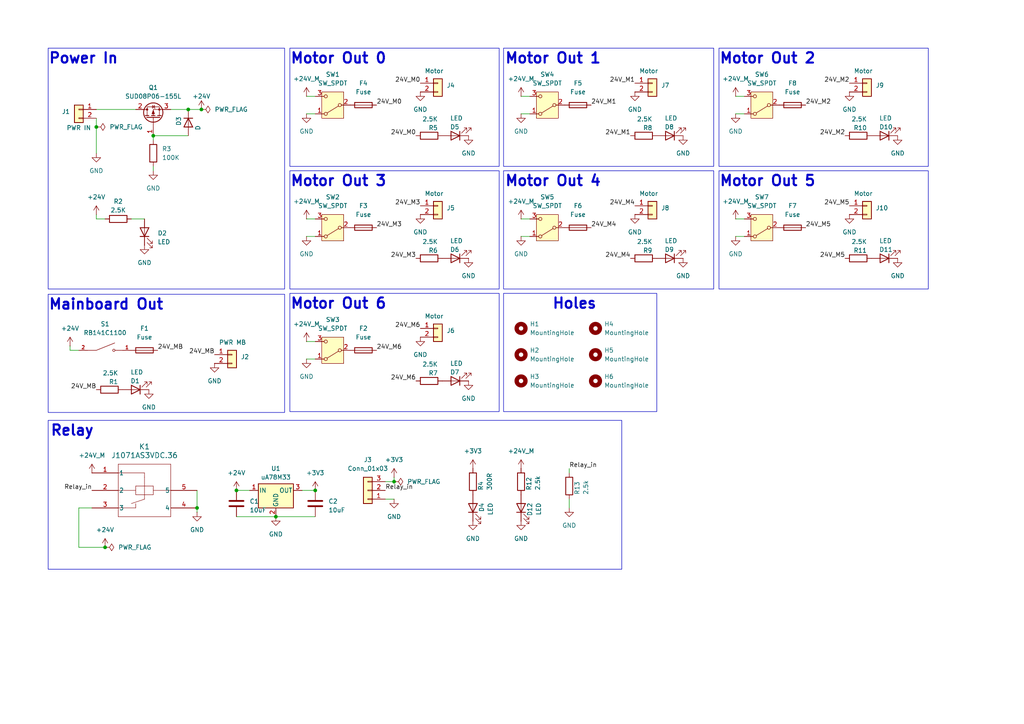
<source format=kicad_sch>
(kicad_sch (version 20231120) (generator "eeschema") (generator_version "8.0")
  (paper "A4")
  (lib_symbols
    (symbol "Connector_Generic:Conn_01x02" (pin_names (offset 1.016) hide)
      (property "Reference" "J" (at 0 2.54 0))
      (property "Value" "Conn_01x02" (at 0 -5.08 0))
      (symbol "Conn_01x02_1_1"
        (rectangle (start -1.27 -2.413) (end 0 -2.667) (stroke (width 0.1524)))
        (rectangle (start -1.27 0.127) (end 0 -0.127) (stroke (width 0.1524)))
        (rectangle (start -1.27 1.27) (end 1.27 -3.81) (stroke (width 0.254)) (fill (type background)))
        (pin passive line (at -5.08 0 0) (length 3.81) (name "Pin_1") (number "1"))
        (pin passive line (at -5.08 -2.54 0) (length 3.81) (name "Pin_2") (number "2"))
      )
    )
    (symbol "Connector_Generic:Conn_01x03" (pin_names (offset 1.016) hide)
      (property "Reference" "J" (at 0 5.08 0))
      (property "Value" "Conn_01x03" (at 0 -5.08 0))
      (symbol "Conn_01x03_1_1"
        (rectangle (start -1.27 -2.413) (end 0 -2.667) (stroke (width 0.1524)))
        (rectangle (start -1.27 0.127) (end 0 -0.127) (stroke (width 0.1524)))
        (rectangle (start -1.27 2.667) (end 0 2.413) (stroke (width 0.1524)))
        (rectangle (start -1.27 3.81) (end 1.27 -3.81) (stroke (width 0.254)) (fill (type background)))
        (pin passive line (at -5.08 2.54 0) (length 3.81) (name "Pin_1") (number "1"))
        (pin passive line (at -5.08 0 0) (length 3.81) (name "Pin_2") (number "2"))
        (pin passive line (at -5.08 -2.54 0) (length 3.81) (name "Pin_3") (number "3"))
      )
    )
    (symbol "Device:C" (pin_numbers hide) (pin_names (offset 0.254))
      (property "Reference" "C" (at 0.635 2.54 0))
      (property "Value" "C" (at 0.635 -2.54 0))
      (symbol "C_0_1"
        (polyline (pts (xy -2.032 -0.762) (xy 2.032 -0.762)) (stroke (width 0.508)))
        (polyline (pts (xy -2.032 0.762) (xy 2.032 0.762)) (stroke (width 0.508)))
      )
      (symbol "C_1_1"
        (pin passive line (at 0 3.81 270) (length 2.794) (name "~") (number "1"))
        (pin passive line (at 0 -3.81 90) (length 2.794) (name "~") (number "2"))
      )
    )
    (symbol "Device:D" (pin_numbers hide) (pin_names (offset 1.016) hide)
      (property "Reference" "D" (at 0 2.54 0))
      (property "Value" "D" (at 0 -2.54 0))
      (symbol "D_0_1"
        (polyline (pts (xy -1.27 1.27) (xy -1.27 -1.27)) (stroke (width 0.254)))
        (polyline (pts (xy 1.27 0) (xy -1.27 0)))
        (polyline (pts (xy 1.27 1.27) (xy 1.27 -1.27) (xy -1.27 0) (xy 1.27 1.27)) (stroke (width 0.254)))
      )
      (symbol "D_1_1"
        (pin passive line (at -3.81 0 0) (length 2.54) (name "K") (number "1"))
        (pin passive line (at 3.81 0 180) (length 2.54) (name "A") (number "2"))
      )
    )
    (symbol "Device:Fuse" (pin_numbers hide) (pin_names (offset 0))
      (property "Reference" "F" (at 2.032 0 90))
      (property "Value" "Fuse" (at -1.905 0 90))
      (symbol "Fuse_0_1"
        (rectangle (start -0.762 -2.54) (end 0.762 2.54) (stroke (width 0.254)))
        (polyline (pts (xy 0 2.54) (xy 0 -2.54)))
      )
      (symbol "Fuse_1_1"
        (pin passive line (at 0 3.81 270) (length 1.27) (name "~") (number "1"))
        (pin passive line (at 0 -3.81 90) (length 1.27) (name "~") (number "2"))
      )
    )
    (symbol "Device:LED" (pin_numbers hide) (pin_names (offset 1.016) hide)
      (property "Reference" "D" (at 0 2.54 0))
      (property "Value" "LED" (at 0 -2.54 0))
      (symbol "LED_0_1"
        (polyline (pts (xy -1.27 -1.27) (xy -1.27 1.27)) (stroke (width 0.254)))
        (polyline (pts (xy -1.27 0) (xy 1.27 0)))
        (polyline (pts (xy 1.27 -1.27) (xy 1.27 1.27) (xy -1.27 0) (xy 1.27 -1.27)) (stroke (width 0.254)))
        (polyline (pts (xy -3.048 -0.762) (xy -4.572 -2.286) (xy -3.81 -2.286) (xy -4.572 -2.286) (xy -4.572 -1.524)))
        (polyline (pts (xy -1.778 -0.762) (xy -3.302 -2.286) (xy -2.54 -2.286) (xy -3.302 -2.286) (xy -3.302 -1.524)))
      )
      (symbol "LED_1_1"
        (pin passive line (at -3.81 0 0) (length 2.54) (name "K") (number "1"))
        (pin passive line (at 3.81 0 180) (length 2.54) (name "A") (number "2"))
      )
    )
    (symbol "Device:R" (pin_numbers hide) (pin_names (offset 0))
      (property "Reference" "R" (at 2.032 0 90))
      (property "Value" "R" (at 0 0 90))
      (symbol "R_0_1"
        (rectangle (start -1.016 -2.54) (end 1.016 2.54) (stroke (width 0.254)))
      )
      (symbol "R_1_1"
        (pin passive line (at 0 3.81 270) (length 1.27) (name "~") (number "1"))
        (pin passive line (at 0 -3.81 90) (length 1.27) (name "~") (number "2"))
      )
    )
    (symbol "J1071AS3VDC:J1071AS3VDC.36" (pin_names (offset 0.254))
      (property "Reference" "K" (at 15.24 7.62 0))
      (property "Value" "J1071AS3VDC.36" (at 20.32 5.08 0))
      (symbol "J1071AS3VDC.36_0_1"
        (polyline (pts (xy 7.62 -12.7) (xy 22.86 -12.7)) (stroke (width 0.127)))
        (polyline (pts (xy 7.62 -10.16) (xy 12.7 -10.16)) (stroke (width 0.127)))
        (polyline (pts (xy 7.62 -5.08) (xy 12.7 -5.08)) (stroke (width 0.127)))
        (polyline (pts (xy 7.62 0) (xy 15.24 0)) (stroke (width 0.127)))
        (polyline (pts (xy 7.62 2.54) (xy 7.62 -12.7)) (stroke (width 0.127)))
        (polyline (pts (xy 12.7 -8.89) (xy 12.7 -10.16)) (stroke (width 0.127)))
        (polyline (pts (xy 12.7 -6.35) (xy 17.78 -6.35)) (stroke (width 0.127)))
        (polyline (pts (xy 12.7 -3.81) (xy 12.7 -6.35)) (stroke (width 0.127)))
        (polyline (pts (xy 15.24 -7.62) (xy 11.43 -8.89)) (stroke (width 0.127)))
        (polyline (pts (xy 15.24 -1.27) (xy 15.24 -7.62)) (stroke (width 0.127)))
        (polyline (pts (xy 15.24 0) (xy 15.24 -1.27)) (stroke (width 0.127)))
        (polyline (pts (xy 17.78 -3.81) (xy 12.7 -3.81)) (stroke (width 0.127)))
        (polyline (pts (xy 17.78 -3.81) (xy 17.78 -6.35)) (stroke (width 0.127)))
        (polyline (pts (xy 22.86 -12.7) (xy 22.86 2.54)) (stroke (width 0.127)))
        (polyline (pts (xy 22.86 -5.08) (xy 17.78 -5.08)) (stroke (width 0.127)))
        (polyline (pts (xy 22.86 2.54) (xy 7.62 2.54)) (stroke (width 0.127)))
        (pin unspecified line (at 0 0 0) (length 7.62) (name "1") (number "1"))
        (pin unspecified line (at 0 -5.08 0) (length 7.62) (name "2") (number "2"))
        (pin unspecified line (at 0 -10.16 0) (length 7.62) (name "3") (number "3"))
        (pin unspecified line (at 30.48 -10.16 180) (length 7.62) (name "4") (number "4"))
        (pin unspecified line (at 30.48 -5.08 180) (length 7.62) (name "5") (number "5"))
      )
    )
    (symbol "Mechanical:MountingHole" (pin_names (offset 1.016))
      (property "Reference" "H" (at 0 5.08 0))
      (property "Value" "MountingHole" (at 0 3.175 0))
      (symbol "MountingHole_0_1"
        (circle (center 0 0) (radius 1.27) (stroke (width 1.27)))
      )
    )
    (symbol "RB141C1100:RB141C1100" (pin_names (offset 1.016))
      (property "Reference" "S" (at -2.54 2.54 0))
      (property "Value" "RB141C1100" (at -2.54 -2.54 0))
      (symbol "RB141C1100_0_0"
        (polyline (pts (xy -2.54 0) (xy -5.08 0)) (stroke (width 0.1524)))
        (polyline (pts (xy -2.54 0) (xy 2.794 2.1336)) (stroke (width 0.1524)))
        (polyline (pts (xy 5.08 0) (xy 2.921 0)) (stroke (width 0.1524)))
        (circle (center 2.54 0) (radius 0.3302) (stroke (width 0.1524)))
        (pin passive line (at 7.62 0 180) (length 2.54) (name "~") (number "1"))
        (pin passive line (at -7.62 0 0) (length 2.54) (name "~") (number "2"))
      )
    )
    (symbol "Regulator_Linear:uA7805" (pin_names (offset 0.254))
      (property "Reference" "U" (at -3.81 3.175 0))
      (property "Value" "uA7805" (at 0 3.175 0))
      (symbol "uA7805_0_1"
        (rectangle (start -5.08 1.905) (end 5.08 -5.08) (stroke (width 0.254)) (fill (type background)))
      )
      (symbol "uA7805_1_1"
        (pin power_in line (at -7.62 0 0) (length 2.54) (name "IN") (number "1"))
        (pin power_in line (at 0 -7.62 90) (length 2.54) (name "GND") (number "2"))
        (pin power_out line (at 7.62 0 180) (length 2.54) (name "OUT") (number "3"))
      )
    )
    (symbol "Switch:SW_SPDT" (pin_names (offset 0) hide)
      (property "Reference" "SW" (at 0 5.08 0))
      (property "Value" "SW_SPDT" (at 0 -5.08 0))
      (symbol "SW_SPDT_0_1"
        (circle (center -2.032 0) (radius 0.4572))
        (polyline (pts (xy -1.651 0.254) (xy 1.651 2.286)))
        (circle (center 2.032 -2.54) (radius 0.4572))
        (circle (center 2.032 2.54) (radius 0.4572))
      )
      (symbol "SW_SPDT_1_1"
        (rectangle (start -3.175 3.81) (end 3.175 -3.81) (fill (type background)))
        (pin passive line (at 5.08 2.54 180) (length 2.54) (name "A") (number "1"))
        (pin passive line (at -5.08 0 0) (length 2.54) (name "B") (number "2"))
        (pin passive line (at 5.08 -2.54 180) (length 2.54) (name "C") (number "3"))
      )
    )
    (symbol "Transistor_FET:SUD08P06-155L" (pin_names hide)
      (property "Reference" "Q" (at 4.953 1.905 0))
      (property "Value" "SUD08P06-155L" (at 4.953 0 0))
      (symbol "SUD08P06-155L_0_1"
        (polyline (pts (xy 0.254 0) (xy -2.54 0)))
        (polyline (pts (xy 0.254 1.905) (xy 0.254 -1.905)) (stroke (width 0.254)))
        (polyline (pts (xy 0.762 -1.27) (xy 0.762 -2.286)) (stroke (width 0.254)))
        (polyline (pts (xy 0.762 0.508) (xy 0.762 -0.508)) (stroke (width 0.254)))
        (polyline (pts (xy 0.762 2.286) (xy 0.762 1.27)) (stroke (width 0.254)))
        (polyline (pts (xy 2.54 2.54) (xy 2.54 1.778)))
        (polyline (pts (xy 2.54 -2.54) (xy 2.54 0) (xy 0.762 0)))
        (polyline (pts (xy 0.762 1.778) (xy 3.302 1.778) (xy 3.302 -1.778) (xy 0.762 -1.778)))
        (polyline (pts (xy 2.286 0) (xy 1.27 0.381) (xy 1.27 -0.381) (xy 2.286 0)) (fill (type outline)))
        (polyline (pts (xy 2.794 -0.508) (xy 2.921 -0.381) (xy 3.683 -0.381) (xy 3.81 -0.254)))
        (polyline (pts (xy 3.302 -0.381) (xy 2.921 0.254) (xy 3.683 0.254) (xy 3.302 -0.381)))
        (circle (center 1.651 0) (radius 2.794) (stroke (width 0.254)))
        (circle (center 2.54 -1.778) (radius 0.254) (fill (type outline)))
        (circle (center 2.54 1.778) (radius 0.254) (fill (type outline)))
      )
      (symbol "SUD08P06-155L_1_1"
        (pin input line (at -5.08 0 0) (length 2.54) (name "G") (number "1"))
        (pin passive line (at 2.54 5.08 270) (length 2.54) (name "D") (number "2"))
        (pin passive line (at 2.54 -5.08 90) (length 2.54) (name "S") (number "3"))
      )
    )
    (symbol "power:+24V" (power) (pin_numbers hide) (pin_names (offset 0) hide)
      (property "Value" "+24V" (at 0 3.556 0))
      (symbol "+24V_0_1"
        (polyline (pts (xy -0.762 1.27) (xy 0 2.54)))
        (polyline (pts (xy 0 0) (xy 0 2.54)))
        (polyline (pts (xy 0 2.54) (xy 0.762 1.27)))
      )
      (symbol "+24V_1_1"
        (pin power_in line (at 0 0 90) (length 0) (name "~") (number "1"))
      )
    )
    (symbol "power:+3V3" (power) (pin_numbers hide) (pin_names (offset 0) hide)
      (property "Value" "+3V3" (at 0 3.556 0))
      (symbol "+3V3_0_1"
        (polyline (pts (xy -0.762 1.27) (xy 0 2.54)))
        (polyline (pts (xy 0 0) (xy 0 2.54)))
        (polyline (pts (xy 0 2.54) (xy 0.762 1.27)))
      )
      (symbol "+3V3_1_1"
        (pin power_in line (at 0 0 90) (length 0) (name "~") (number "1"))
      )
    )
    (symbol "power:GND" (power) (pin_numbers hide) (pin_names (offset 0) hide)
      (property "Value" "GND" (at 0 -3.81 0))
      (symbol "GND_0_1"
        (polyline (pts (xy 0 0) (xy 0 -1.27) (xy 1.27 -1.27) (xy 0 -2.54) (xy -1.27 -1.27) (xy 0 -1.27)))
      )
      (symbol "GND_1_1"
        (pin power_in line (at 0 0 270) (length 0) (name "~") (number "1"))
      )
    )
    (symbol "power:PWR_FLAG" (power) (pin_numbers hide) (pin_names (offset 0) hide)
      (property "Value" "PWR_FLAG" (at 0 3.81 0))
      (symbol "PWR_FLAG_0_0"
        (pin power_out line (at 0 0 90) (length 0) (name "~") (number "1"))
      )
      (symbol "PWR_FLAG_0_1"
        (polyline (pts (xy 0 0) (xy 0 1.27) (xy -1.016 1.905) (xy 0 2.54) (xy 1.016 1.905) (xy 0 1.27)))
      )
    )
  )
  (junction (at 91.44 142.24))
  (junction (at 57.15 147.32))
  (junction (at 54.61 31.75))
  (junction (at 30.48 158.75))
  (junction (at 114.3 139.7))
  (junction (at 68.58 142.24))
  (junction (at 44.45 39.37))
  (junction (at 27.94 36.83))
  (junction (at 80.01 149.86))
  (junction (at 58.42 31.75))
  (wire (pts (xy 22.86 147.32) (xy 22.86 158.75)))
  (wire (pts (xy 88.9 68.58) (xy 91.44 68.58)))
  (wire (pts (xy 87.63 142.24) (xy 91.44 142.24)))
  (wire (pts (xy 88.9 63.5) (xy 91.44 63.5)))
  (wire (pts (xy 57.15 148.59) (xy 57.15 147.32)))
  (wire (pts (xy 27.94 36.83) (xy 27.94 44.45)))
  (wire (pts (xy 165.1 137.16) (xy 165.1 135.89)))
  (wire (pts (xy 26.67 147.32) (xy 22.86 147.32)))
  (wire (pts (xy 151.13 68.58) (xy 153.67 68.58)))
  (wire (pts (xy 151.13 27.94) (xy 153.67 27.94)))
  (wire (pts (xy 27.94 62.23) (xy 27.94 63.5)))
  (wire (pts (xy 213.36 63.5) (xy 215.9 63.5)))
  (wire (pts (xy 114.3 144.78) (xy 111.76 144.78)))
  (wire (pts (xy 38.1 63.5) (xy 41.91 63.5)))
  (wire (pts (xy 68.58 142.24) (xy 72.39 142.24)))
  (wire (pts (xy 27.94 36.83) (xy 27.94 34.29)))
  (wire (pts (xy 44.45 40.64) (xy 44.45 39.37)))
  (wire (pts (xy 165.1 147.32) (xy 165.1 144.78)))
  (wire (pts (xy 213.36 33.02) (xy 215.9 33.02)))
  (wire (pts (xy 44.45 39.37) (xy 54.61 39.37)))
  (wire (pts (xy 54.61 31.75) (xy 58.42 31.75)))
  (wire (pts (xy 111.76 139.7) (xy 114.3 139.7)))
  (wire (pts (xy 88.9 104.14) (xy 91.44 104.14)))
  (wire (pts (xy 20.32 100.33) (xy 20.32 101.6)))
  (wire (pts (xy 57.15 147.32) (xy 57.15 142.24)))
  (wire (pts (xy 151.13 63.5) (xy 153.67 63.5)))
  (wire (pts (xy 27.94 63.5) (xy 30.48 63.5)))
  (wire (pts (xy 22.86 158.75) (xy 30.48 158.75)))
  (wire (pts (xy 213.36 27.94) (xy 215.9 27.94)))
  (wire (pts (xy 151.13 33.02) (xy 153.67 33.02)))
  (wire (pts (xy 88.9 99.06) (xy 91.44 99.06)))
  (wire (pts (xy 27.94 31.75) (xy 39.37 31.75)))
  (wire (pts (xy 49.53 31.75) (xy 54.61 31.75)))
  (wire (pts (xy 114.3 139.7) (xy 114.3 138.43)))
  (wire (pts (xy 213.36 68.58) (xy 215.9 68.58)))
  (wire (pts (xy 88.9 33.02) (xy 91.44 33.02)))
  (wire (pts (xy 80.01 149.86) (xy 91.44 149.86)))
  (wire (pts (xy 44.45 49.53) (xy 44.45 48.26)))
  (wire (pts (xy 68.58 149.86) (xy 80.01 149.86)))
  (wire (pts (xy 20.32 101.6) (xy 22.86 101.6)))
  (wire (pts (xy 88.9 27.94) (xy 91.44 27.94)))
  (rectangle (start 13.97 121.92) (end 180.34 165.1))
  (rectangle (start 208.534 13.97) (end 269.24 48.26))
  (rectangle (start 146.05 85.09) (end 190.5 119.38))
  (rectangle (start 13.97 85.344) (end 82.55 119.634))
  (rectangle (start 208.534 49.53) (end 269.24 83.82))
  (rectangle (start 84.074 85.09) (end 144.78 119.38))
  (rectangle (start 84.074 13.97) (end 144.78 48.26))
  (rectangle (start 146.05 49.53) (end 207.01 83.82))
  (rectangle (start 146.05 13.97) (end 207.01 48.26))
  (rectangle (start 13.97 13.97) (end 82.55 83.82))
  (rectangle (start 84.074 49.53) (end 144.78 83.82))
  (text "Power In\n\n" (at 13.97 23.622 0) (effects (font (size 3 3) (thickness 0.6) (bold yes)) (justify left bottom)))
  (text "Motor Out 0\n" (at 84.074 18.796 0) (effects (font (size 3 3) (thickness 0.6) (bold yes)) (justify left bottom)))
  (text "Motor Out 2\n" (at 208.534 18.796 0) (effects (font (size 3 3) (thickness 0.6) (bold yes)) (justify left bottom)))
  (text "Holes" (at 160.02 89.916 0) (effects (font (size 3 3) (thickness 0.6) (bold yes)) (justify left bottom)))
  (text "Motor Out 3\n" (at 84.074 54.356 0) (effects (font (size 3 3) (thickness 0.6) (bold yes)) (justify left bottom)))
  (text "Mainboard Out" (at 13.97 90.17 0) (effects (font (size 3 3) (thickness 0.6) (bold yes)) (justify left bottom)))
  (text "Relay" (at 14.478 126.746 0) (effects (font (size 3 3) (thickness 0.6) (bold yes)) (justify left bottom)))
  (text "Motor Out 5\n" (at 208.534 54.356 0) (effects (font (size 3 3) (thickness 0.6) (bold yes)) (justify left bottom)))
  (text "Motor Out 1" (at 146.304 18.796 0) (effects (font (size 3 3) (thickness 0.6) (bold yes)) (justify left bottom)))
  (text "Motor Out 4\n" (at 146.304 54.356 0) (effects (font (size 3 3) (thickness 0.6) (bold yes)) (justify left bottom)))
  (text "Motor Out 6" (at 84.074 89.916 0) (effects (font (size 3 3) (thickness 0.6) (bold yes)) (justify left bottom)))
  (label "24V_MB" (at 62.23 102.87 180))
  (label "24V_M5" (at 246.38 59.69 180))
  (label "24V_M4" (at 171.45 66.04 0))
  (label "24V_M2" (at 246.38 24.13 180))
  (label "24V_M3" (at 109.22 66.04 0))
  (label "24V_M1" (at 182.88 39.37 180))
  (label "24V_M4" (at 182.88 74.93 180))
  (label "24V_M4" (at 184.15 59.69 180))
  (label "Relay_in" (at 26.67 142.24 180))
  (label "24V_M3" (at 120.65 74.93 180))
  (label "24V_M3" (at 121.92 59.69 180))
  (label "Relay_in" (at 111.76 142.24 0))
  (label "24V_M1" (at 171.45 30.48 0))
  (label "24V_M0" (at 121.92 24.13 180))
  (label "24V_M2" (at 245.11 39.37 180))
  (label "24V_M2" (at 233.68 30.48 0))
  (label "24V_M6" (at 109.22 101.6 0))
  (label "24V_MB" (at 45.72 101.6 0))
  (label "24V_M6" (at 121.92 95.25 180))
  (label "24V_M1" (at 184.15 24.13 180))
  (label "Relay_in" (at 165.1 135.89 0))
  (label "24V_M5" (at 233.68 66.04 0))
  (label "24V_M0" (at 120.65 39.37 180))
  (label "24V_M6" (at 120.65 110.49 180))
  (label "24V_M0" (at 109.22 30.48 0))
  (label "24V_MB" (at 27.94 113.03 180))
  (label "24V_M5" (at 245.11 74.93 180))
  (symbol (lib_id "Device:LED") (at 194.31 74.93 180) (unit 1)
    (property "Reference" "D9" (at 192.786 72.39 0) (effects (justify right)))
    (property "Value" "LED" (at 192.786 69.85 0) (effects (justify right)))
    (property "Footprint" "LED_SMD:LED_0805_2012Metric" (effects (hide yes)))
    (property "Description" "Light emitting diode" (effects (hide yes)))
  )
  (symbol (lib_id "Device:LED") (at 194.31 39.37 180) (unit 1)
    (property "Reference" "D8" (at 192.786 36.83 0) (effects (justify right)))
    (property "Value" "LED" (at 192.786 34.29 0) (effects (justify right)))
    (property "Footprint" "LED_SMD:LED_0805_2012Metric" (effects (hide yes)))
    (property "Description" "Light emitting diode" (effects (hide yes)))
  )
  (symbol (lib_id "power:GND") (at 213.36 33.02 0) (unit 1)
    (property "Reference" "#PWR040" (effects (hide yes)))
    (property "Value" "GND" (at 213.36 38.1 0))
    (property "Description" "Power symbol creates a global label with name \"GND\" , ground" (effects (hide yes)))
  )
  (symbol (lib_id "power:+24V") (at 26.67 137.16 0) (unit 1)
    (property "Reference" "#PWR05" (effects (hide yes)))
    (property "Value" "+24V_M" (at 26.67 132.08 0))
    (property "Description" "Power symbol creates a global label with name \"+24V\"" (effects (hide yes)))
  )
  (symbol (lib_id "Mechanical:MountingHole") (at 172.72 102.87 0) (unit 1)
    (property "Reference" "H5" (at 175.26 101.6 0) (effects (justify left)))
    (property "Value" "MountingHole" (at 175.26 104.14 0) (effects (justify left)))
    (property "Footprint" "MountingHole:MountingHole_3.2mm_M3" (effects (hide yes)))
  )
  (symbol (lib_id "power:GND") (at 184.15 62.23 0) (unit 1)
    (property "Reference" "#PWR036" (effects (hide yes)))
    (property "Value" "GND" (at 184.15 67.31 0))
    (property "Description" "Power symbol creates a global label with name \"GND\" , ground" (effects (hide yes)))
  )
  (symbol (lib_id "Switch:SW_SPDT") (at 158.75 30.48 180) (unit 1)
    (property "Reference" "SW4" (at 158.75 21.59 0))
    (property "Value" "SW_SPDT" (at 158.75 24.13 0))
    (property "Footprint" "switches:ANT11SECQE" (effects (hide yes)))
    (property "Description" "Switch, single pole double throw" (effects (hide yes)))
  )
  (symbol (lib_id "Device:R") (at 124.46 110.49 90) (unit 1)
    (property "Reference" "R7" (at 127 108.204 90) (effects (justify left)))
    (property "Value" "2.5K" (at 127 105.664 90) (effects (justify left)))
    (property "Footprint" "Resistor_SMD:R_0805_2012Metric" (effects (hide yes)))
    (property "Description" "Resistor" (effects (hide yes)))
  )
  (symbol (lib_id "power:+24V") (at 58.42 31.75 0) (unit 1)
    (property "Reference" "#PWR010" (effects (hide yes)))
    (property "Value" "+24V" (at 58.42 27.94 0))
    (property "Description" "Power symbol creates a global label with name \"+24V\"" (effects (hide yes)))
  )
  (symbol (lib_id "Device:R") (at 186.69 74.93 90) (unit 1)
    (property "Reference" "R9" (at 189.23 72.644 90) (effects (justify left)))
    (property "Value" "2.5K" (at 189.23 70.104 90) (effects (justify left)))
    (property "Footprint" "Resistor_SMD:R_0805_2012Metric" (effects (hide yes)))
    (property "Description" "Resistor" (effects (hide yes)))
  )
  (symbol (lib_id "power:+3V3") (at 91.44 142.24 0) (unit 1)
    (property "Reference" "#PWR020" (effects (hide yes)))
    (property "Value" "+3V3" (at 91.44 137.16 0))
    (property "Description" "Power symbol creates a global label with name \"+3V3\"" (effects (hide yes)))
  )
  (symbol (lib_id "Device:R") (at 124.46 74.93 90) (unit 1)
    (property "Reference" "R6" (at 127 72.644 90) (effects (justify left)))
    (property "Value" "2.5K" (at 127 70.104 90) (effects (justify left)))
    (property "Footprint" "Resistor_SMD:R_0805_2012Metric" (effects (hide yes)))
    (property "Description" "Resistor" (effects (hide yes)))
  )
  (symbol (lib_id "power:+24V") (at 88.9 27.94 0) (unit 1)
    (property "Reference" "#PWR014" (effects (hide yes)))
    (property "Value" "+24V_M" (at 88.9 22.86 0))
    (property "Description" "Power symbol creates a global label with name \"+24V\"" (effects (hide yes)))
  )
  (symbol (lib_id "power:GND") (at 44.45 49.53 0) (unit 1)
    (property "Reference" "#PWR08" (effects (hide yes)))
    (property "Value" "GND" (at 44.45 54.61 0))
    (property "Description" "Power symbol creates a global label with name \"GND\" , ground" (effects (hide yes)))
  )
  (symbol (lib_id "power:GND") (at 137.16 151.13 0) (unit 1)
    (property "Reference" "#PWR022" (effects (hide yes)))
    (property "Value" "GND" (at 137.16 156.21 0))
    (property "Description" "Power symbol creates a global label with name \"GND\" , ground" (effects (hide yes)))
  )
  (symbol (lib_id "Device:Fuse") (at 105.41 30.48 90) (unit 1)
    (property "Reference" "F4" (at 105.41 24.13 90))
    (property "Value" "Fuse" (at 105.41 26.67 90))
    (property "Footprint" "Fuse:Fuse_2920_7451Metric" (effects (hide yes)))
    (property "Description" "Fuse" (effects (hide yes)))
  )
  (symbol (lib_id "Device:R") (at 248.92 39.37 90) (unit 1)
    (property "Reference" "R10" (at 251.46 37.084 90) (effects (justify left)))
    (property "Value" "2.5K" (at 251.46 34.544 90) (effects (justify left)))
    (property "Footprint" "Resistor_SMD:R_0805_2012Metric" (effects (hide yes)))
    (property "Description" "Resistor" (effects (hide yes)))
  )
  (symbol (lib_id "power:GND") (at 213.36 68.58 0) (unit 1)
    (property "Reference" "#PWR042" (effects (hide yes)))
    (property "Value" "GND" (at 213.36 73.66 0))
    (property "Description" "Power symbol creates a global label with name \"GND\" , ground" (effects (hide yes)))
  )
  (symbol (lib_id "power:GND") (at 151.13 68.58 0) (unit 1)
    (property "Reference" "#PWR034" (effects (hide yes)))
    (property "Value" "GND" (at 151.13 73.66 0))
    (property "Description" "Power symbol creates a global label with name \"GND\" , ground" (effects (hide yes)))
  )
  (symbol (lib_id "Connector_Generic:Conn_01x02") (at 127 24.13 0) (unit 1)
    (property "Reference" "J4" (at 129.54 24.765 0) (effects (justify left)))
    (property "Value" "Motor" (at 123.19 20.574 0) (effects (justify left)))
    (property "Footprint" "Connector_AMASS:AMASS_XT30U-M_1x02_P5.0mm_Vertical" (effects (hide yes)))
  )
  (symbol (lib_id "Connector_Generic:Conn_01x02") (at 189.23 59.69 0) (unit 1)
    (property "Reference" "J8" (at 191.77 60.325 0) (effects (justify left)))
    (property "Value" "Motor" (at 185.42 56.134 0) (effects (justify left)))
    (property "Footprint" "Connector_AMASS:AMASS_XT30U-M_1x02_P5.0mm_Vertical" (effects (hide yes)))
  )
  (symbol (lib_id "Device:LED") (at 132.08 39.37 180) (unit 1)
    (property "Reference" "D5" (at 130.556 36.83 0) (effects (justify right)))
    (property "Value" "LED" (at 130.556 34.29 0) (effects (justify right)))
    (property "Footprint" "LED_SMD:LED_0805_2012Metric" (effects (hide yes)))
    (property "Description" "Light emitting diode" (effects (hide yes)))
  )
  (symbol (lib_id "Device:LED") (at 256.54 39.37 180) (unit 1)
    (property "Reference" "D10" (at 255.016 36.83 0) (effects (justify right)))
    (property "Value" "LED" (at 255.016 34.29 0) (effects (justify right)))
    (property "Footprint" "LED_SMD:LED_0805_2012Metric" (effects (hide yes)))
    (property "Description" "Light emitting diode" (effects (hide yes)))
  )
  (symbol (lib_id "power:+24V") (at 68.58 142.24 0) (unit 1)
    (property "Reference" "#PWR012" (effects (hide yes)))
    (property "Value" "+24V" (at 68.58 137.16 0))
    (property "Description" "Power symbol creates a global label with name \"+24V\"" (effects (hide yes)))
  )
  (symbol (lib_id "power:GND") (at 114.3 144.78 0) (unit 1)
    (property "Reference" "#PWR027" (effects (hide yes)))
    (property "Value" "GND" (at 114.3 149.86 0))
    (property "Description" "Power symbol creates a global label with name \"GND\" , ground" (effects (hide yes)))
  )
  (symbol (lib_id "power:GND") (at 198.12 74.93 0) (unit 1)
    (property "Reference" "#PWR038" (effects (hide yes)))
    (property "Value" "GND" (at 198.12 80.01 0))
    (property "Description" "Power symbol creates a global label with name \"GND\" , ground" (effects (hide yes)))
  )
  (symbol (lib_id "power:GND") (at 184.15 26.67 0) (unit 1)
    (property "Reference" "#PWR035" (effects (hide yes)))
    (property "Value" "GND" (at 184.15 31.75 0))
    (property "Description" "Power symbol creates a global label with name \"GND\" , ground" (effects (hide yes)))
  )
  (symbol (lib_id "Device:R") (at 44.45 44.45 0) (unit 1)
    (property "Reference" "R3" (at 46.99 43.1799 0) (effects (justify left)))
    (property "Value" "100K" (at 46.99 45.7199 0) (effects (justify left)))
    (property "Footprint" "Resistor_SMD:R_0805_2012Metric" (effects (hide yes)))
    (property "Description" "Resistor" (effects (hide yes)))
  )
  (symbol (lib_id "power:GND") (at 260.35 39.37 0) (unit 1)
    (property "Reference" "#PWR045" (effects (hide yes)))
    (property "Value" "GND" (at 260.35 44.45 0))
    (property "Description" "Power symbol creates a global label with name \"GND\" , ground" (effects (hide yes)))
  )
  (symbol (lib_id "Connector_Generic:Conn_01x03") (at 106.68 142.24 180) (unit 1)
    (property "Reference" "J3" (at 106.68 133.35 0))
    (property "Value" "Conn_01x03" (at 106.68 135.89 0))
    (property "Footprint" "Connector_PinHeader_2.54mm:PinHeader_1x03_P2.54mm_Vertical" (effects (hide yes)))
    (property "Description" "Generic connector, single row, 01x03, script generated (kicad-library-utils/schlib/autogen/connector/)" (effects (hide yes)))
  )
  (symbol (lib_id "Mechanical:MountingHole") (at 172.72 110.49 0) (unit 1)
    (property "Reference" "H6" (at 175.26 109.22 0) (effects (justify left)))
    (property "Value" "MountingHole" (at 175.26 111.76 0) (effects (justify left)))
    (property "Footprint" "MountingHole:MountingHole_3.2mm_M3" (effects (hide yes)))
  )
  (symbol (lib_id "Device:R") (at 165.1 140.97 0) (unit 1)
    (property "Reference" "R13" (at 167.386 143.51 90) (effects (justify left)))
    (property "Value" "2.5k" (at 169.926 143.51 90) (effects (justify left)))
    (property "Footprint" "Resistor_SMD:R_0805_2012Metric" (effects (hide yes)))
    (property "Description" "Resistor" (effects (hide yes)))
  )
  (symbol (lib_id "Device:Fuse") (at 167.64 66.04 90) (unit 1)
    (property "Reference" "F6" (at 167.64 59.69 90))
    (property "Value" "Fuse" (at 167.64 62.23 90))
    (property "Footprint" "Fuse:Fuse_2920_7451Metric" (effects (hide yes)))
    (property "Description" "Fuse" (effects (hide yes)))
  )
  (symbol (lib_id "power:GND") (at 80.01 149.86 0) (unit 1)
    (property "Reference" "#PWR013" (effects (hide yes)))
    (property "Value" "GND" (at 80.01 154.94 0))
    (property "Description" "Power symbol creates a global label with name \"GND\" , ground" (effects (hide yes)))
  )
  (symbol (lib_id "Connector_Generic:Conn_01x02") (at 67.31 102.87 0) (unit 1)
    (property "Reference" "J2" (at 69.85 103.505 0) (effects (justify left)))
    (property "Value" "PWR MB" (at 63.5 99.314 0) (effects (justify left)))
    (property "Footprint" "Connector_AMASS:AMASS_XT60-M_1x02_P7.20mm_Vertical" (effects (hide yes)))
  )
  (symbol (lib_id "Connector_Generic:Conn_01x02") (at 251.46 24.13 0) (unit 1)
    (property "Reference" "J9" (at 254 24.765 0) (effects (justify left)))
    (property "Value" "Motor" (at 247.65 20.574 0) (effects (justify left)))
    (property "Footprint" "Connector_AMASS:AMASS_XT30U-M_1x02_P5.0mm_Vertical" (effects (hide yes)))
  )
  (symbol (lib_id "Transistor_FET:SUD08P06-155L") (at 44.45 34.29 90) (unit 1)
    (property "Reference" "Q1" (at 44.45 25.4 90))
    (property "Value" "SUD08P06-155L" (at 44.45 27.94 90))
    (property "Footprint" "Package_TO_SOT_SMD:TO-252-2" (effects (hide yes)))
    (property "Datasheet" "https://www.vishay.com/docs/62843/sud08p06-155l-ge3.pdf" (effects (hide yes)))
    (property "Description" "-8.4A Id, -60V Vds, TrenchFET P-Channel Power MOSFET, 155mOhm Ron, 19nC Qg, -55 to 150 °C, TO-252-2" (effects (hide yes)))
  )
  (symbol (lib_id "power:GND") (at 121.92 97.79 0) (unit 1)
    (property "Reference" "#PWR025" (effects (hide yes)))
    (property "Value" "GND" (at 121.92 102.87 0))
    (property "Description" "Power symbol creates a global label with name \"GND\" , ground" (effects (hide yes)))
  )
  (symbol (lib_id "power:+24V") (at 213.36 63.5 0) (unit 1)
    (property "Reference" "#PWR041" (effects (hide yes)))
    (property "Value" "+24V_M" (at 213.36 58.42 0))
    (property "Description" "Power symbol creates a global label with name \"+24V\"" (effects (hide yes)))
  )
  (symbol (lib_id "Mechanical:MountingHole") (at 172.72 95.25 0) (unit 1)
    (property "Reference" "H4" (at 175.26 93.98 0) (effects (justify left)))
    (property "Value" "MountingHole" (at 175.26 96.52 0) (effects (justify left)))
    (property "Footprint" "MountingHole:MountingHole_3.2mm_M3" (effects (hide yes)))
  )
  (symbol (lib_id "Device:LED") (at 132.08 110.49 180) (unit 1)
    (property "Reference" "D7" (at 130.556 107.95 0) (effects (justify right)))
    (property "Value" "LED" (at 130.556 105.41 0) (effects (justify right)))
    (property "Footprint" "LED_SMD:LED_0805_2012Metric" (effects (hide yes)))
    (property "Description" "Light emitting diode" (effects (hide yes)))
  )
  (symbol (lib_id "Switch:SW_SPDT") (at 220.98 30.48 180) (unit 1)
    (property "Reference" "SW6" (at 220.98 21.59 0))
    (property "Value" "SW_SPDT" (at 220.98 24.13 0))
    (property "Footprint" "switches:ANT11SECQE" (effects (hide yes)))
    (property "Description" "Switch, single pole double throw" (effects (hide yes)))
  )
  (symbol (lib_id "power:GND") (at 246.38 26.67 0) (unit 1)
    (property "Reference" "#PWR043" (effects (hide yes)))
    (property "Value" "GND" (at 246.38 31.75 0))
    (property "Description" "Power symbol creates a global label with name \"GND\" , ground" (effects (hide yes)))
  )
  (symbol (lib_id "power:GND") (at 62.23 105.41 0) (unit 1)
    (property "Reference" "#PWR011" (effects (hide yes)))
    (property "Value" "GND" (at 62.23 110.49 0))
    (property "Description" "Power symbol creates a global label with name \"GND\" , ground" (effects (hide yes)))
  )
  (symbol (lib_id "power:GND") (at 43.18 113.03 0) (unit 1)
    (property "Reference" "#PWR07" (effects (hide yes)))
    (property "Value" "GND" (at 43.18 118.11 0))
    (property "Description" "Power symbol creates a global label with name \"GND\" , ground" (effects (hide yes)))
  )
  (symbol (lib_id "Connector_Generic:Conn_01x02") (at 127 95.25 0) (unit 1)
    (property "Reference" "J6" (at 129.54 95.885 0) (effects (justify left)))
    (property "Value" "Motor" (at 123.19 91.694 0) (effects (justify left)))
    (property "Footprint" "Connector_AMASS:AMASS_XT30U-M_1x02_P5.0mm_Vertical" (effects (hide yes)))
  )
  (symbol (lib_id "Device:R") (at 34.29 63.5 90) (unit 1)
    (property "Reference" "R2" (at 34.29 58.42 90))
    (property "Value" "2.5K" (at 34.29 60.96 90))
    (property "Footprint" "Resistor_SMD:R_0805_2012Metric" (effects (hide yes)))
    (property "Description" "Resistor" (effects (hide yes)))
  )
  (symbol (lib_id "Mechanical:MountingHole") (at 151.13 110.49 0) (unit 1)
    (property "Reference" "H3" (at 153.67 109.22 0) (effects (justify left)))
    (property "Value" "MountingHole" (at 153.67 111.76 0) (effects (justify left)))
    (property "Footprint" "MountingHole:MountingHole_3.2mm_M3" (effects (hide yes)))
  )
  (symbol (lib_id "Device:LED") (at 151.13 147.32 90) (unit 1)
    (property "Reference" "D12" (at 153.67 145.796 0) (effects (justify right)))
    (property "Value" "LED" (at 156.21 145.796 0) (effects (justify right)))
    (property "Footprint" "LED_SMD:LED_0805_2012Metric" (effects (hide yes)))
    (property "Description" "Light emitting diode" (effects (hide yes)))
  )
  (symbol (lib_id "Switch:SW_SPDT") (at 158.75 66.04 180) (unit 1)
    (property "Reference" "SW5" (at 158.75 57.15 0))
    (property "Value" "SW_SPDT" (at 158.75 59.69 0))
    (property "Footprint" "switches:ANT11SECQE" (effects (hide yes)))
    (property "Description" "Switch, single pole double throw" (effects (hide yes)))
  )
  (symbol (lib_id "power:PWR_FLAG") (at 58.42 31.75 270) (unit 1)
    (property "Reference" "#FLG02" (effects (hide yes)))
    (property "Value" "PWR_FLAG" (at 62.23 31.7499 90) (effects (justify left)))
    (property "Description" "Special symbol for telling ERC where power comes from" (effects (hide yes)))
  )
  (symbol (lib_id "Connector_Generic:Conn_01x02") (at 127 59.69 0) (unit 1)
    (property "Reference" "J5" (at 129.54 60.325 0) (effects (justify left)))
    (property "Value" "Motor" (at 123.19 56.134 0) (effects (justify left)))
    (property "Footprint" "Connector_AMASS:AMASS_XT30U-M_1x02_P5.0mm_Vertical" (effects (hide yes)))
  )
  (symbol (lib_id "power:GND") (at 27.94 44.45 0) (unit 1)
    (property "Reference" "#PWR03" (effects (hide yes)))
    (property "Value" "GND" (at 27.94 49.53 0))
    (property "Description" "Power symbol creates a global label with name \"GND\" , ground" (effects (hide yes)))
  )
  (symbol (lib_id "power:PWR_FLAG") (at 27.94 36.83 270) (unit 1)
    (property "Reference" "#FLG01" (effects (hide yes)))
    (property "Value" "PWR_FLAG" (at 31.75 36.8299 90) (effects (justify left)))
    (property "Description" "Special symbol for telling ERC where power comes from" (effects (hide yes)))
  )
  (symbol (lib_id "power:+24V") (at 30.48 158.75 0) (unit 1)
    (property "Reference" "#PWR02" (effects (hide yes)))
    (property "Value" "+24V" (at 30.48 153.67 0))
    (property "Description" "Power symbol creates a global label with name \"+24V\"" (effects (hide yes)))
  )
  (symbol (lib_id "Device:R") (at 137.16 139.7 0) (unit 1)
    (property "Reference" "R4" (at 139.446 142.24 90) (effects (justify left)))
    (property "Value" "300R" (at 141.986 142.24 90) (effects (justify left)))
    (property "Footprint" "Resistor_SMD:R_0805_2012Metric" (effects (hide yes)))
    (property "Description" "Resistor" (effects (hide yes)))
  )
  (symbol (lib_id "J1071AS3VDC:J1071AS3VDC.36") (at 26.67 137.16 0) (unit 1)
    (property "Reference" "K1" (at 41.91 129.54 0) (effects (font (size 1.524 1.524))))
    (property "Value" "J1071AS3VDC.36" (at 41.91 132.08 0) (effects (font (size 1.524 1.524))))
    (property "Footprint" "J1071AS3VDC:RELAY5_J1071A_CRS" (effects (hide yes)))
    (property "Datasheet" "J1071AS3VDC.36" (effects (hide yes)))
  )
  (symbol (lib_id "power:+24V") (at 27.94 62.23 0) (unit 1)
    (property "Reference" "#PWR04" (effects (hide yes)))
    (property "Value" "+24V" (at 27.94 57.15 0))
    (property "Description" "Power symbol creates a global label with name \"+24V\"" (effects (hide yes)))
  )
  (symbol (lib_id "power:GND") (at 246.38 62.23 0) (unit 1)
    (property "Reference" "#PWR044" (effects (hide yes)))
    (property "Value" "GND" (at 246.38 67.31 0))
    (property "Description" "Power symbol creates a global label with name \"GND\" , ground" (effects (hide yes)))
  )
  (symbol (lib_id "Mechanical:MountingHole") (at 151.13 102.87 0) (unit 1)
    (property "Reference" "H2" (at 153.67 101.6 0) (effects (justify left)))
    (property "Value" "MountingHole" (at 153.67 104.14 0) (effects (justify left)))
    (property "Footprint" "MountingHole:MountingHole_3.2mm_M3" (effects (hide yes)))
  )
  (symbol (lib_id "power:GND") (at 57.15 148.59 0) (unit 1)
    (property "Reference" "#PWR09" (effects (hide yes)))
    (property "Value" "GND" (at 57.15 153.67 0))
    (property "Description" "Power symbol creates a global label with name \"GND\" , ground" (effects (hide yes)))
  )
  (symbol (lib_id "power:+24V") (at 151.13 135.89 0) (unit 1)
    (property "Reference" "#PWR047" (effects (hide yes)))
    (property "Value" "+24V_M" (at 151.13 130.81 0))
    (property "Description" "Power symbol creates a global label with name \"+24V\"" (effects (hide yes)))
  )
  (symbol (lib_id "Device:Fuse") (at 41.91 101.6 90) (unit 1)
    (property "Reference" "F1" (at 41.91 95.25 90))
    (property "Value" "Fuse" (at 41.91 97.79 90))
    (property "Footprint" "Fuse:Fuse_2920_7451Metric" (effects (hide yes)))
    (property "Description" "Fuse" (effects (hide yes)))
  )
  (symbol (lib_id "Device:LED") (at 39.37 113.03 180) (unit 1)
    (property "Reference" "D1" (at 37.846 110.49 0) (effects (justify right)))
    (property "Value" "LED" (at 37.846 107.95 0) (effects (justify right)))
    (property "Footprint" "LED_SMD:LED_0805_2012Metric" (effects (hide yes)))
    (property "Description" "Light emitting diode" (effects (hide yes)))
  )
  (symbol (lib_id "Device:Fuse") (at 229.87 66.04 90) (unit 1)
    (property "Reference" "F7" (at 229.87 59.69 90))
    (property "Value" "Fuse" (at 229.87 62.23 90))
    (property "Footprint" "Fuse:Fuse_2920_7451Metric" (effects (hide yes)))
    (property "Description" "Fuse" (effects (hide yes)))
  )
  (symbol (lib_id "power:GND") (at 121.92 62.23 0) (unit 1)
    (property "Reference" "#PWR024" (effects (hide yes)))
    (property "Value" "GND" (at 121.92 67.31 0))
    (property "Description" "Power symbol creates a global label with name \"GND\" , ground" (effects (hide yes)))
  )
  (symbol (lib_id "power:GND") (at 135.89 74.93 0) (unit 1)
    (property "Reference" "#PWR029" (effects (hide yes)))
    (property "Value" "GND" (at 135.89 80.01 0))
    (property "Description" "Power symbol creates a global label with name \"GND\" , ground" (effects (hide yes)))
  )
  (symbol (lib_id "Device:Fuse") (at 105.41 101.6 90) (unit 1)
    (property "Reference" "F2" (at 105.41 95.25 90))
    (property "Value" "Fuse" (at 105.41 97.79 90))
    (property "Footprint" "Fuse:Fuse_2920_7451Metric" (effects (hide yes)))
    (property "Description" "Fuse" (effects (hide yes)))
  )
  (symbol (lib_id "Device:R") (at 151.13 139.7 0) (unit 1)
    (property "Reference" "R12" (at 153.416 142.24 90) (effects (justify left)))
    (property "Value" "2.5k" (at 155.956 142.24 90) (effects (justify left)))
    (property "Footprint" "Resistor_SMD:R_0805_2012Metric" (effects (hide yes)))
    (property "Description" "Resistor" (effects (hide yes)))
  )
  (symbol (lib_id "Device:R") (at 31.75 113.03 90) (unit 1)
    (property "Reference" "R1" (at 34.29 110.744 90) (effects (justify left)))
    (property "Value" "2.5K" (at 34.29 108.204 90) (effects (justify left)))
    (property "Footprint" "Resistor_SMD:R_0805_2012Metric" (effects (hide yes)))
    (property "Description" "Resistor" (effects (hide yes)))
  )
  (symbol (lib_id "Switch:SW_SPDT") (at 96.52 101.6 180) (unit 1)
    (property "Reference" "SW3" (at 96.52 92.71 0))
    (property "Value" "SW_SPDT" (at 96.52 95.25 0))
    (property "Footprint" "switches:ANT11SECQE" (effects (hide yes)))
    (property "Description" "Switch, single pole double throw" (effects (hide yes)))
  )
  (symbol (lib_id "Switch:SW_SPDT") (at 96.52 30.48 180) (unit 1)
    (property "Reference" "SW1" (at 96.52 21.59 0))
    (property "Value" "SW_SPDT" (at 96.52 24.13 0))
    (property "Footprint" "switches:ANT11SECQE" (effects (hide yes)))
    (property "Description" "Switch, single pole double throw" (effects (hide yes)))
  )
  (symbol (lib_id "Device:R") (at 248.92 74.93 90) (unit 1)
    (property "Reference" "R11" (at 251.46 72.644 90) (effects (justify left)))
    (property "Value" "2.5K" (at 251.46 70.104 90) (effects (justify left)))
    (property "Footprint" "Resistor_SMD:R_0805_2012Metric" (effects (hide yes)))
    (property "Description" "Resistor" (effects (hide yes)))
  )
  (symbol (lib_id "power:+24V") (at 213.36 27.94 0) (unit 1)
    (property "Reference" "#PWR039" (effects (hide yes)))
    (property "Value" "+24V_M" (at 213.36 22.86 0))
    (property "Description" "Power symbol creates a global label with name \"+24V\"" (effects (hide yes)))
  )
  (symbol (lib_id "Connector_Generic:Conn_01x02") (at 189.23 24.13 0) (unit 1)
    (property "Reference" "J7" (at 191.77 24.765 0) (effects (justify left)))
    (property "Value" "Motor" (at 185.42 20.574 0) (effects (justify left)))
    (property "Footprint" "Connector_AMASS:AMASS_XT30U-M_1x02_P5.0mm_Vertical" (effects (hide yes)))
  )
  (symbol (lib_id "Connector_Generic:Conn_01x02") (at 251.46 59.69 0) (unit 1)
    (property "Reference" "J10" (at 254 60.325 0) (effects (justify left)))
    (property "Value" "Motor" (at 247.65 56.134 0) (effects (justify left)))
    (property "Footprint" "Connector_AMASS:AMASS_XT30U-M_1x02_P5.0mm_Vertical" (effects (hide yes)))
  )
  (symbol (lib_id "Regulator_Linear:uA7805") (at 80.01 142.24 0) (unit 1)
    (property "Reference" "U1" (at 80.01 135.89 0))
    (property "Value" "uA78M33" (at 80.01 138.43 0))
    (property "Footprint" "Package_TO_SOT_SMD:SOT-223" (effects (hide yes)))
    (property "Datasheet" "http://www.ti.com/lit/ds/symlink/ua78.pdf" (effects (hide yes)))
    (property "Description" "Positive 1A 35V Linear Regulator, Fixed Output 5V, TO-220/TO-263" (effects (hide yes)))
  )
  (symbol (lib_id "power:PWR_FLAG") (at 114.3 139.7 270) (unit 1)
    (property "Reference" "#FLG04" (effects (hide yes)))
    (property "Value" "PWR_FLAG" (at 118.11 139.6999 90) (effects (justify left)))
    (property "Description" "Special symbol for telling ERC where power comes from" (effects (hide yes)))
  )
  (symbol (lib_id "Mechanical:MountingHole") (at 151.13 95.25 0) (unit 1)
    (property "Reference" "H1" (at 153.67 93.98 0) (effects (justify left)))
    (property "Value" "MountingHole" (at 153.67 96.52 0) (effects (justify left)))
    (property "Footprint" "MountingHole:MountingHole_3.2mm_M3" (effects (hide yes)))
  )
  (symbol (lib_id "Device:C") (at 91.44 146.05 0) (unit 1)
    (property "Reference" "C2" (at 95.25 145.415 0) (effects (justify left)))
    (property "Value" "10uF" (at 95.25 147.955 0) (effects (justify left)))
    (property "Footprint" "Capacitor_SMD:C_0805_2012Metric" (effects (hide yes)))
  )
  (symbol (lib_id "Device:D") (at 54.61 35.56 270) (unit 1)
    (property "Reference" "D3" (at 51.816 33.782 0) (effects (justify left)))
    (property "Value" "D" (at 57.404 36.322 0) (effects (justify left)))
    (property "Footprint" "Diode_SMD:D_SMA_Handsoldering" (effects (hide yes)))
    (property "Description" "Diode" (effects (hide yes)))
    (property "Sim.Device" "D" (effects (hide yes)))
    (property "Sim.Pins" "1=K 2=A" (effects (hide yes)))
  )
  (symbol (lib_id "power:+24V") (at 20.32 100.33 0) (unit 1)
    (property "Reference" "#PWR01" (effects (hide yes)))
    (property "Value" "+24V" (at 20.32 95.25 0))
    (property "Description" "Power symbol creates a global label with name \"+24V\"" (effects (hide yes)))
  )
  (symbol (lib_id "power:PWR_FLAG") (at 30.48 158.75 270) (unit 1)
    (property "Reference" "#FLG03" (effects (hide yes)))
    (property "Value" "PWR_FLAG" (at 34.29 158.7499 90) (effects (justify left)))
    (property "Description" "Special symbol for telling ERC where power comes from" (effects (hide yes)))
  )
  (symbol (lib_id "power:GND") (at 88.9 33.02 0) (unit 1)
    (property "Reference" "#PWR015" (effects (hide yes)))
    (property "Value" "GND" (at 88.9 38.1 0))
    (property "Description" "Power symbol creates a global label with name \"GND\" , ground" (effects (hide yes)))
  )
  (symbol (lib_id "power:+24V") (at 88.9 99.06 0) (unit 1)
    (property "Reference" "#PWR018" (effects (hide yes)))
    (property "Value" "+24V_M" (at 88.9 93.98 0))
    (property "Description" "Power symbol creates a global label with name \"+24V\"" (effects (hide yes)))
  )
  (symbol (lib_id "power:GND") (at 41.91 71.12 0) (unit 1)
    (property "Reference" "#PWR06" (effects (hide yes)))
    (property "Value" "GND" (at 41.91 76.2 0))
    (property "Description" "Power symbol creates a global label with name \"GND\" , ground" (effects (hide yes)))
  )
  (symbol (lib_id "power:GND") (at 260.35 74.93 0) (unit 1)
    (property "Reference" "#PWR046" (effects (hide yes)))
    (property "Value" "GND" (at 260.35 80.01 0))
    (property "Description" "Power symbol creates a global label with name \"GND\" , ground" (effects (hide yes)))
  )
  (symbol (lib_id "Device:LED") (at 256.54 74.93 180) (unit 1)
    (property "Reference" "D11" (at 255.016 72.39 0) (effects (justify right)))
    (property "Value" "LED" (at 255.016 69.85 0) (effects (justify right)))
    (property "Footprint" "LED_SMD:LED_0805_2012Metric" (effects (hide yes)))
    (property "Description" "Light emitting diode" (effects (hide yes)))
  )
  (symbol (lib_id "Device:Fuse") (at 229.87 30.48 90) (unit 1)
    (property "Reference" "F8" (at 229.87 24.13 90))
    (property "Value" "Fuse" (at 229.87 26.67 90))
    (property "Footprint" "Fuse:Fuse_2920_7451Metric" (effects (hide yes)))
    (property "Description" "Fuse" (effects (hide yes)))
  )
  (symbol (lib_id "Device:LED") (at 137.16 147.32 90) (unit 1)
    (property "Reference" "D4" (at 139.7 145.796 0) (effects (justify right)))
    (property "Value" "LED" (at 142.24 145.796 0) (effects (justify right)))
    (property "Footprint" "LED_SMD:LED_0805_2012Metric" (effects (hide yes)))
    (property "Description" "Light emitting diode" (effects (hide yes)))
  )
  (symbol (lib_id "power:GND") (at 88.9 68.58 0) (unit 1)
    (property "Reference" "#PWR017" (effects (hide yes)))
    (property "Value" "GND" (at 88.9 73.66 0))
    (property "Description" "Power symbol creates a global label with name \"GND\" , ground" (effects (hide yes)))
  )
  (symbol (lib_id "Device:R") (at 186.69 39.37 90) (unit 1)
    (property "Reference" "R8" (at 189.23 37.084 90) (effects (justify left)))
    (property "Value" "2.5K" (at 189.23 34.544 90) (effects (justify left)))
    (property "Footprint" "Resistor_SMD:R_0805_2012Metric" (effects (hide yes)))
    (property "Description" "Resistor" (effects (hide yes)))
  )
  (symbol (lib_id "Switch:SW_SPDT") (at 220.98 66.04 180) (unit 1)
    (property "Reference" "SW7" (at 220.98 57.15 0))
    (property "Value" "SW_SPDT" (at 220.98 59.69 0))
    (property "Footprint" "switches:ANT11SECQE" (effects (hide yes)))
    (property "Description" "Switch, single pole double throw" (effects (hide yes)))
  )
  (symbol (lib_id "power:+24V") (at 88.9 63.5 0) (unit 1)
    (property "Reference" "#PWR016" (effects (hide yes)))
    (property "Value" "+24V_M" (at 88.9 58.42 0))
    (property "Description" "Power symbol creates a global label with name \"+24V\"" (effects (hide yes)))
  )
  (symbol (lib_id "power:+3V3") (at 137.16 135.89 0) (unit 1)
    (property "Reference" "#PWR021" (effects (hide yes)))
    (property "Value" "+3V3" (at 137.16 130.81 0))
    (property "Description" "Power symbol creates a global label with name \"+3V3\"" (effects (hide yes)))
  )
  (symbol (lib_id "power:GND") (at 121.92 26.67 0) (unit 1)
    (property "Reference" "#PWR023" (effects (hide yes)))
    (property "Value" "GND" (at 121.92 31.75 0))
    (property "Description" "Power symbol creates a global label with name \"GND\" , ground" (effects (hide yes)))
  )
  (symbol (lib_id "power:GND") (at 135.89 110.49 0) (unit 1)
    (property "Reference" "#PWR030" (effects (hide yes)))
    (property "Value" "GND" (at 135.89 115.57 0))
    (property "Description" "Power symbol creates a global label with name \"GND\" , ground" (effects (hide yes)))
  )
  (symbol (lib_id "power:GND") (at 88.9 104.14 0) (unit 1)
    (property "Reference" "#PWR019" (effects (hide yes)))
    (property "Value" "GND" (at 88.9 109.22 0))
    (property "Description" "Power symbol creates a global label with name \"GND\" , ground" (effects (hide yes)))
  )
  (symbol (lib_id "power:+3V3") (at 114.3 138.43 0) (unit 1)
    (property "Reference" "#PWR026" (effects (hide yes)))
    (property "Value" "+3V3" (at 114.3 133.35 0))
    (property "Description" "Power symbol creates a global label with name \"+3V3\"" (effects (hide yes)))
  )
  (symbol (lib_id "Device:Fuse") (at 167.64 30.48 90) (unit 1)
    (property "Reference" "F5" (at 167.64 24.13 90))
    (property "Value" "Fuse" (at 167.64 26.67 90))
    (property "Footprint" "Fuse:Fuse_2920_7451Metric" (effects (hide yes)))
    (property "Description" "Fuse" (effects (hide yes)))
  )
  (symbol (lib_id "power:+24V") (at 151.13 27.94 0) (unit 1)
    (property "Reference" "#PWR031" (effects (hide yes)))
    (property "Value" "+24V_M" (at 151.13 22.86 0))
    (property "Description" "Power symbol creates a global label with name \"+24V\"" (effects (hide yes)))
  )
  (symbol (lib_id "RB141C1100:RB141C1100") (at 30.48 101.6 0) (unit 1)
    (property "Reference" "S1" (at 30.48 93.98 0))
    (property "Value" "RB141C1100" (at 30.48 96.52 0))
    (property "Footprint" "SW_RB141C1100:SW_RB141C1100" (effects (hide yes)))
    (property "MF" "E-Switch" (effects (hide yes)))
    (property "MAXIMUM_PACKAGE_HEIGHT" "25.9mm" (effects (hide yes)))
    (property "Package" "None" (effects (hide yes)))
    (property "Price" "None" (effects (hide yes)))
    (property "Check_prices" "https://www.snapeda.com/parts/RB141C1100/E-Switch/view-part/?ref=eda" (effects (hide yes)))
    (property "STANDARD" "Manufacturer Recommendations" (effects (hide yes)))
    (property "PARTREV" "C" (effects (hide yes)))
    (property "SnapEDA_Link" "https://www.snapeda.com/parts/RB141C1100/E-Switch/view-part/?ref=snap" (effects (hide yes)))
    (property "MP" "RB141C1100" (effects (hide yes)))
    (property "Description_1" "\nRocker Switch, RB1 Series, SPST, ON-OFF, Non-Illum, Black, 15A, 125VAC, QC | E-Switch RB141C1100\n" (effects (hide yes)))
    (property "Availability" "In Stock" (effects (hide yes)))
    (property "MANUFACTURER" "E-SWITCH" (effects (hide yes)))
  )
  (symbol (lib_id "power:GND") (at 151.13 151.13 0) (unit 1)
    (property "Reference" "#PWR048" (effects (hide yes)))
    (property "Value" "GND" (at 151.13 156.21 0))
    (property "Description" "Power symbol creates a global label with name \"GND\" , ground" (effects (hide yes)))
  )
  (symbol (lib_id "Device:C") (at 68.58 146.05 0) (unit 1)
    (property "Reference" "C1" (at 72.39 145.415 0) (effects (justify left)))
    (property "Value" "10uF" (at 72.39 147.955 0) (effects (justify left)))
    (property "Footprint" "Capacitor_SMD:C_0805_2012Metric" (effects (hide yes)))
  )
  (symbol (lib_id "Switch:SW_SPDT") (at 96.52 66.04 180) (unit 1)
    (property "Reference" "SW2" (at 96.52 57.15 0))
    (property "Value" "SW_SPDT" (at 96.52 59.69 0))
    (property "Footprint" "switches:ANT11SECQE" (effects (hide yes)))
    (property "Description" "Switch, single pole double throw" (effects (hide yes)))
  )
  (symbol (lib_id "power:GND") (at 135.89 39.37 0) (unit 1)
    (property "Reference" "#PWR028" (effects (hide yes)))
    (property "Value" "GND" (at 135.89 44.45 0))
    (property "Description" "Power symbol creates a global label with name \"GND\" , ground" (effects (hide yes)))
  )
  (symbol (lib_id "Device:LED") (at 132.08 74.93 180) (unit 1)
    (property "Reference" "D6" (at 130.556 72.39 0) (effects (justify right)))
    (property "Value" "LED" (at 130.556 69.85 0) (effects (justify right)))
    (property "Footprint" "LED_SMD:LED_0805_2012Metric" (effects (hide yes)))
    (property "Description" "Light emitting diode" (effects (hide yes)))
  )
  (symbol (lib_id "power:GND") (at 165.1 147.32 0) (unit 1)
    (property "Reference" "#PWR049" (effects (hide yes)))
    (property "Value" "GND" (at 165.1 152.4 0))
    (property "Description" "Power symbol creates a global label with name \"GND\" , ground" (effects (hide yes)))
  )
  (symbol (lib_id "power:GND") (at 151.13 33.02 0) (unit 1)
    (property "Reference" "#PWR032" (effects (hide yes)))
    (property "Value" "GND" (at 151.13 38.1 0))
    (property "Description" "Power symbol creates a global label with name \"GND\" , ground" (effects (hide yes)))
  )
  (symbol (lib_id "power:+24V") (at 151.13 63.5 0) (unit 1)
    (property "Reference" "#PWR033" (effects (hide yes)))
    (property "Value" "+24V_M" (at 151.13 58.42 0))
    (property "Description" "Power symbol creates a global label with name \"+24V\"" (effects (hide yes)))
  )
  (symbol (lib_id "Device:R") (at 124.46 39.37 90) (unit 1)
    (property "Reference" "R5" (at 127 37.084 90) (effects (justify left)))
    (property "Value" "2.5K" (at 127 34.544 90) (effects (justify left)))
    (property "Footprint" "Resistor_SMD:R_0805_2012Metric" (effects (hide yes)))
    (property "Description" "Resistor" (effects (hide yes)))
  )
  (symbol (lib_id "power:GND") (at 198.12 39.37 0) (unit 1)
    (property "Reference" "#PWR037" (effects (hide yes)))
    (property "Value" "GND" (at 198.12 44.45 0))
    (property "Description" "Power symbol creates a global label with name \"GND\" , ground" (effects (hide yes)))
  )
  (symbol (lib_id "Device:LED") (at 41.91 67.31 90) (unit 1)
    (property "Reference" "D2" (at 45.72 67.6274 90) (effects (justify right)))
    (property "Value" "LED" (at 45.72 70.1674 90) (effects (justify right)))
    (property "Footprint" "LED_SMD:LED_0805_2012Metric" (effects (hide yes)))
    (property "Description" "Light emitting diode" (effects (hide yes)))
  )
  (symbol (lib_id "Connector_Generic:Conn_01x02") (at 22.86 31.75 0) (mirror y) (unit 1)
    (property "Reference" "J1" (at 20.32 32.385 0) (effects (justify left)))
    (property "Value" "PWR IN" (at 26.416 37.084 0) (effects (justify left)))
    (property "Footprint" "Connector_AMASS:AMASS_XT60-M_1x02_P7.20mm_Vertical" (effects (hide yes)))
  )
  (symbol (lib_id "Device:Fuse") (at 105.41 66.04 90) (unit 1)
    (property "Reference" "F3" (at 105.41 59.69 90))
    (property "Value" "Fuse" (at 105.41 62.23 90))
    (property "Footprint" "Fuse:Fuse_2920_7451Metric" (effects (hide yes)))
    (property "Description" "Fuse" (effects (hide yes)))
  )
)
</source>
